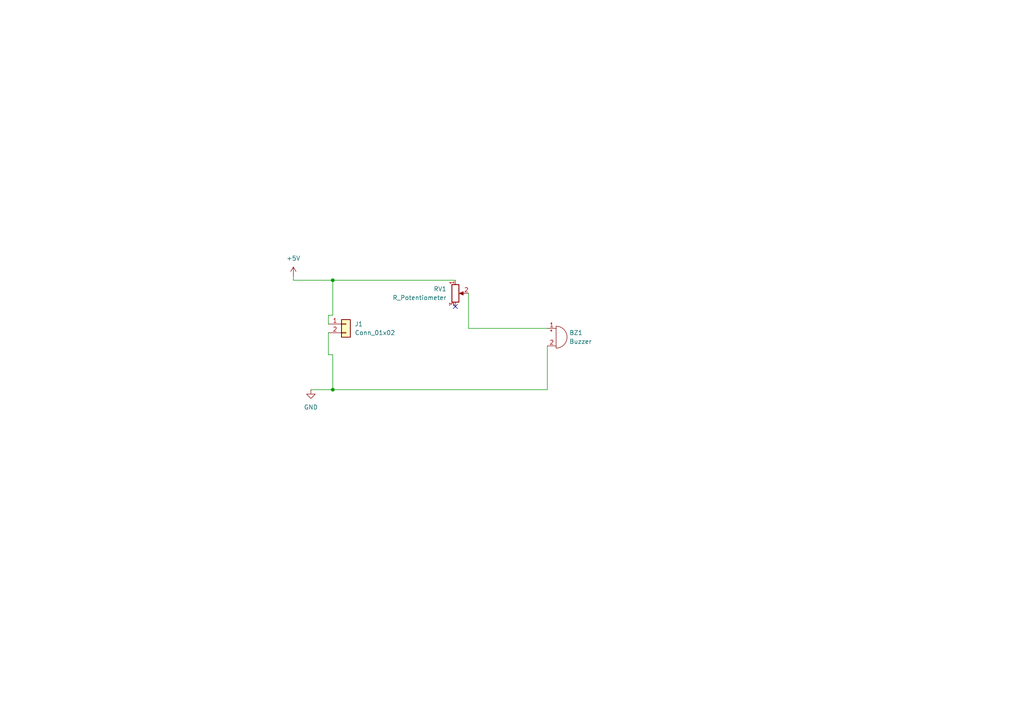
<source format=kicad_sch>
(kicad_sch (version 20231120) (generator "eeschema") (generator_version "8.0")
  (paper "A4")
  (lib_symbols
    (symbol "Connector_Generic:Conn_01x02" (pin_names (offset 1.016) hide)
      (property "Reference" "J" (at 0 2.54 0))
      (property "Value" "Conn_01x02" (at 0 -5.08 0))
      (symbol "Conn_01x02_1_1"
        (rectangle (start -1.27 -2.413) (end 0 -2.667) (stroke (width 0.1524)))
        (rectangle (start -1.27 0.127) (end 0 -0.127) (stroke (width 0.1524)))
        (rectangle (start -1.27 1.27) (end 1.27 -3.81) (stroke (width 0.254)) (fill (type background)))
        (pin passive line (at -5.08 0 0) (length 3.81) (name "Pin_1") (number "1"))
        (pin passive line (at -5.08 -2.54 0) (length 3.81) (name "Pin_2") (number "2"))
      )
    )
    (symbol "Device:Buzzer" (pin_names (offset 0.0254) hide)
      (property "Reference" "BZ" (at 3.81 1.27 0))
      (property "Value" "Buzzer" (at 3.81 -1.27 0))
      (symbol "Buzzer_0_1"
        (arc (start 0 -3.175) (mid 3.1612 0) (end 0 3.175))
        (polyline (pts (xy -1.651 1.905) (xy -1.143 1.905)))
        (polyline (pts (xy -1.397 2.159) (xy -1.397 1.651)))
        (polyline (pts (xy 0 3.175) (xy 0 -3.175)))
      )
      (symbol "Buzzer_1_1"
        (pin passive line (at -2.54 2.54 0) (length 2.54) (name "+") (number "1"))
        (pin passive line (at -2.54 -2.54 0) (length 2.54) (name "-") (number "2"))
      )
    )
    (symbol "Device:R_Potentiometer" (pin_names (offset 1.016) hide)
      (property "Reference" "RV" (at -4.445 0 90))
      (property "Value" "R_Potentiometer" (at -2.54 0 90))
      (symbol "R_Potentiometer_0_1"
        (polyline (pts (xy 2.54 0) (xy 1.524 0)))
        (polyline (pts (xy 1.143 0) (xy 2.286 0.508) (xy 2.286 -0.508) (xy 1.143 0)) (fill (type outline)))
        (rectangle (start 1.016 2.54) (end -1.016 -2.54) (stroke (width 0.254)))
      )
      (symbol "R_Potentiometer_1_1"
        (pin passive line (at 0 3.81 270) (length 1.27) (name "1") (number "1"))
        (pin passive line (at 3.81 0 180) (length 1.27) (name "2") (number "2"))
        (pin passive line (at 0 -3.81 90) (length 1.27) (name "3") (number "3"))
      )
    )
    (symbol "power:+5V" (power) (pin_numbers hide) (pin_names (offset 0) hide)
      (property "Value" "+5V" (at 0 3.556 0))
      (symbol "+5V_0_1"
        (polyline (pts (xy -0.762 1.27) (xy 0 2.54)))
        (polyline (pts (xy 0 0) (xy 0 2.54)))
        (polyline (pts (xy 0 2.54) (xy 0.762 1.27)))
      )
      (symbol "+5V_1_1"
        (pin power_in line (at 0 0 90) (length 0) (name "~") (number "1"))
      )
    )
    (symbol "power:GND" (power) (pin_numbers hide) (pin_names (offset 0) hide)
      (property "Value" "GND" (at 0 -3.81 0))
      (symbol "GND_0_1"
        (polyline (pts (xy 0 0) (xy 0 -1.27) (xy 1.27 -1.27) (xy 0 -2.54) (xy -1.27 -1.27) (xy 0 -1.27)))
      )
      (symbol "GND_1_1"
        (pin power_in line (at 0 0 270) (length 0) (name "~") (number "1"))
      )
    )
  )
  (junction (at 96.52 113.03))
  (junction (at 96.52 81.28))
  (no_connect (at 132.08 88.9))
  (wire (pts (xy 85.09 81.28) (xy 96.52 81.28)))
  (wire (pts (xy 96.52 81.28) (xy 132.08 81.28)))
  (wire (pts (xy 158.75 113.03) (xy 96.52 113.03)))
  (wire (pts (xy 95.25 91.44) (xy 95.25 93.98)))
  (wire (pts (xy 135.89 95.25) (xy 158.75 95.25)))
  (wire (pts (xy 95.25 102.87) (xy 95.25 96.52)))
  (wire (pts (xy 85.09 80.01) (xy 85.09 81.28)))
  (wire (pts (xy 96.52 81.28) (xy 96.52 91.44)))
  (wire (pts (xy 135.89 85.09) (xy 135.89 95.25)))
  (wire (pts (xy 96.52 102.87) (xy 95.25 102.87)))
  (wire (pts (xy 96.52 113.03) (xy 90.17 113.03)))
  (wire (pts (xy 158.75 100.33) (xy 158.75 113.03)))
  (wire (pts (xy 96.52 91.44) (xy 95.25 91.44)))
  (wire (pts (xy 96.52 113.03) (xy 96.52 102.87)))
  (symbol (lib_id "Device:R_Potentiometer") (at 132.08 85.09 0) (unit 1)
    (property "Reference" "RV1" (at 129.54 83.8199 0) (effects (justify right)))
    (property "Value" "R_Potentiometer" (at 129.54 86.3599 0) (effects (justify right)))
    (property "Footprint" "Connector_PinHeader_2.54mm:PinHeader_1x03_P2.54mm_Vertical" (effects (hide yes)))
    (property "Description" "Potentiometer" (effects (hide yes)))
  )
  (symbol (lib_id "power:GND") (at 90.17 113.03 0) (unit 1)
    (property "Reference" "#PWR02" (effects (hide yes)))
    (property "Value" "GND" (at 90.17 118.11 0))
    (property "Description" "Power symbol creates a global label with name \"GND\" , ground" (effects (hide yes)))
  )
  (symbol (lib_id "Connector_Generic:Conn_01x02") (at 100.33 93.98 0) (unit 1)
    (property "Reference" "J1" (at 102.87 93.9799 0) (effects (justify left)))
    (property "Value" "Conn_01x02" (at 102.87 96.5199 0) (effects (justify left)))
    (property "Footprint" "Connector_PinHeader_2.54mm:PinHeader_1x02_P2.54mm_Vertical" (effects (hide yes)))
    (property "Description" "Generic connector, single row, 01x02, script generated (kicad-library-utils/schlib/autogen/connector/)" (effects (hide yes)))
  )
  (symbol (lib_id "Device:Buzzer") (at 161.29 97.79 0) (unit 1)
    (property "Reference" "BZ1" (at 165.1 96.5199 0) (effects (justify left)))
    (property "Value" "Buzzer" (at 165.1 99.0599 0) (effects (justify left)))
    (property "Footprint" "Buzzer_Beeper:Buzzer_12x9.5RM7.6" (effects (hide yes)))
    (property "Description" "Buzzer, polarized" (effects (hide yes)))
  )
  (symbol (lib_id "power:+5V") (at 85.09 80.01 0) (unit 1)
    (property "Reference" "#PWR01" (effects (hide yes)))
    (property "Value" "+5V" (at 85.09 74.93 0))
    (property "Description" "Power symbol creates a global label with name \"+5V\"" (effects (hide yes)))
  )
)
</source>
